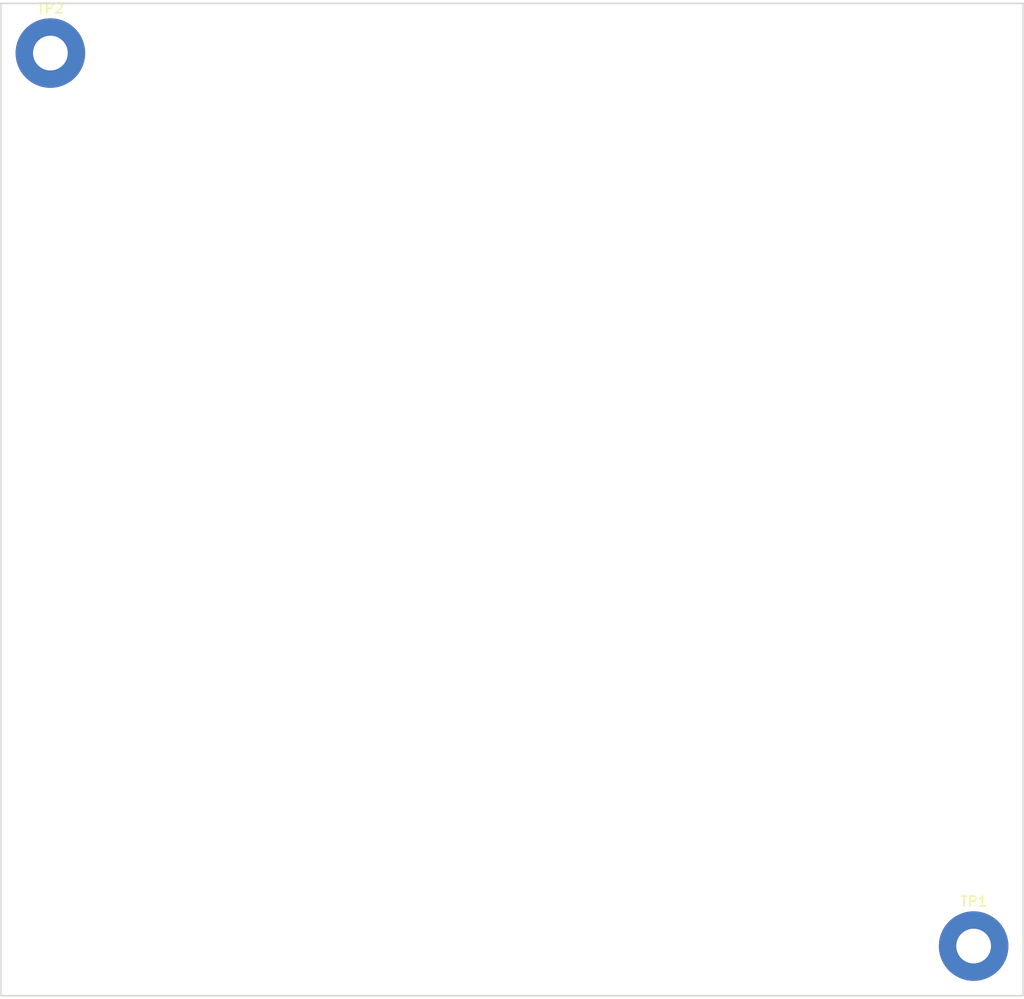
<source format=kicad_pcb>
(kicad_pcb (version 4) (host pcbnew 4.0.6)

  (general
    (links 1)
    (no_connects 1)
    (area 11.51134 26.01134 118.64106 130.1436)
    (thickness 1.6)
    (drawings 4)
    (tracks 1)
    (zones 0)
    (modules 2)
    (nets 2)
  )

  (page A4)
  (layers
    (0 F.Cu signal)
    (31 B.Cu signal)
    (32 B.Adhes user)
    (33 F.Adhes user)
    (34 B.Paste user)
    (35 F.Paste user)
    (36 B.SilkS user)
    (37 F.SilkS user)
    (38 B.Mask user)
    (39 F.Mask user)
    (40 Dwgs.User user)
    (41 Cmts.User user)
    (42 Eco1.User user)
    (43 Eco2.User user)
    (44 Edge.Cuts user)
    (45 Margin user)
    (46 B.CrtYd user)
    (47 F.CrtYd user)
    (48 B.Fab user)
    (49 F.Fab user)
  )

  (setup
    (last_trace_width 0.25)
    (user_trace_width 0.6)
    (user_trace_width 1)
    (user_trace_width 1.5)
    (user_trace_width 2)
    (trace_clearance 0.2)
    (zone_clearance 0.508)
    (zone_45_only no)
    (trace_min 0.2)
    (segment_width 0.2)
    (edge_width 0.15)
    (via_size 0.6)
    (via_drill 0.4)
    (via_min_size 0.4)
    (via_min_drill 0.3)
    (uvia_size 0.3)
    (uvia_drill 0.1)
    (uvias_allowed no)
    (uvia_min_size 0.2)
    (uvia_min_drill 0.1)
    (pcb_text_width 0.3)
    (pcb_text_size 1.5 1.5)
    (mod_edge_width 0.15)
    (mod_text_size 1 1)
    (mod_text_width 0.15)
    (pad_size 1.524 1.524)
    (pad_drill 0.762)
    (pad_to_mask_clearance 0.2)
    (aux_axis_origin 0 0)
    (visible_elements 7FFFFFFF)
    (pcbplotparams
      (layerselection 0x00030_80000001)
      (usegerberextensions false)
      (excludeedgelayer true)
      (linewidth 0.100000)
      (plotframeref false)
      (viasonmask false)
      (mode 1)
      (useauxorigin false)
      (hpglpennumber 1)
      (hpglpenspeed 20)
      (hpglpendiameter 15)
      (hpglpenoverlay 2)
      (psnegative false)
      (psa4output false)
      (plotreference true)
      (plotvalue true)
      (plotinvisibletext false)
      (padsonsilk false)
      (subtractmaskfromsilk false)
      (outputformat 1)
      (mirror false)
      (drillshape 1)
      (scaleselection 1)
      (outputdirectory ""))
  )

  (net 0 "")
  (net 1 GND)

  (net_class Default "Ceci est la Netclass par défaut"
    (clearance 0.2)
    (trace_width 0.25)
    (via_dia 0.6)
    (via_drill 0.4)
    (uvia_dia 0.3)
    (uvia_drill 0.1)
    (add_net GND)
  )

  (module Mounting_Holes:MountingHole_3.5mm_Pad (layer F.Cu) (tedit 56D1B4CB) (tstamp 592AD16C)
    (at 112 123)
    (descr "Mounting Hole 3.5mm")
    (tags "mounting hole 3.5mm")
    (path /592BBEFC)
    (fp_text reference TP1 (at 0 -4.5) (layer F.SilkS)
      (effects (font (size 1 1) (thickness 0.15)))
    )
    (fp_text value TEST (at 0 4.5) (layer F.Fab)
      (effects (font (size 1 1) (thickness 0.15)))
    )
    (fp_circle (center 0 0) (end 3.5 0) (layer Cmts.User) (width 0.15))
    (fp_circle (center 0 0) (end 3.75 0) (layer F.CrtYd) (width 0.05))
    (pad 1 thru_hole circle (at 0 0) (size 7 7) (drill 3.5) (layers *.Cu *.Mask)
      (net 1 GND))
  )

  (module Mounting_Holes:MountingHole_3.5mm_Pad (layer F.Cu) (tedit 56D1B4CB) (tstamp 592AD171)
    (at 19 33)
    (descr "Mounting Hole 3.5mm")
    (tags "mounting hole 3.5mm")
    (path /592BBFC7)
    (fp_text reference TP2 (at 0 -4.5) (layer F.SilkS)
      (effects (font (size 1 1) (thickness 0.15)))
    )
    (fp_text value TEST (at 0 4.5) (layer F.Fab)
      (effects (font (size 1 1) (thickness 0.15)))
    )
    (fp_circle (center 0 0) (end 3.5 0) (layer Cmts.User) (width 0.15))
    (fp_circle (center 0 0) (end 3.75 0) (layer F.CrtYd) (width 0.05))
    (pad 1 thru_hole circle (at 0 0) (size 7 7) (drill 3.5) (layers *.Cu *.Mask)
      (net 1 GND))
  )

  (gr_line (start 14 28) (end 14 128) (angle 90) (layer Edge.Cuts) (width 0.15))
  (gr_line (start 117 28) (end 14 28) (angle 90) (layer Edge.Cuts) (width 0.15))
  (gr_line (start 117 128) (end 117 28) (angle 90) (layer Edge.Cuts) (width 0.15))
  (gr_line (start 14 128) (end 117 128) (angle 90) (layer Edge.Cuts) (width 0.15))

  (segment (start 19 33) (end 19 36) (width 0.25) (layer B.Cu) (net 1))

)

</source>
